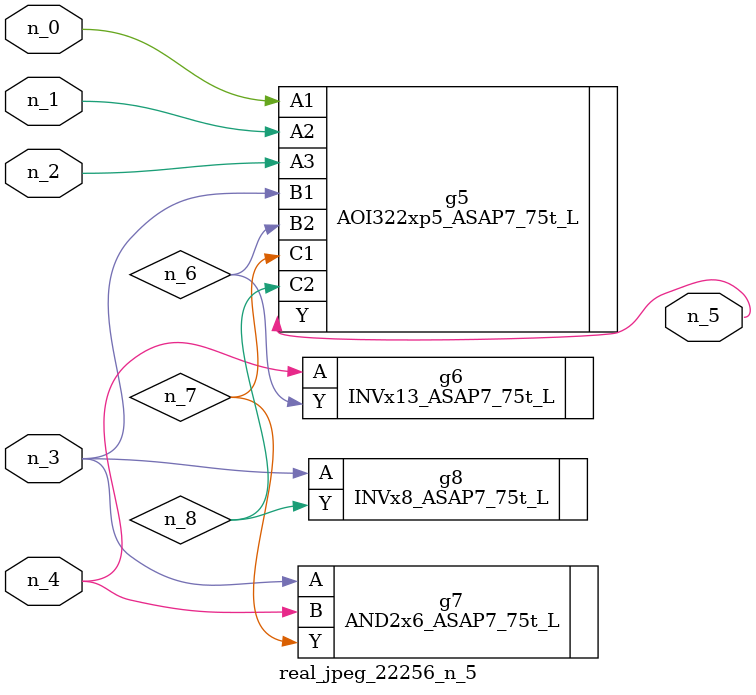
<source format=v>
module real_jpeg_22256_n_5 (n_4, n_0, n_1, n_2, n_3, n_5);

input n_4;
input n_0;
input n_1;
input n_2;
input n_3;

output n_5;

wire n_8;
wire n_6;
wire n_7;

AOI322xp5_ASAP7_75t_L g5 ( 
.A1(n_0),
.A2(n_1),
.A3(n_2),
.B1(n_3),
.B2(n_6),
.C1(n_7),
.C2(n_8),
.Y(n_5)
);

AND2x6_ASAP7_75t_L g7 ( 
.A(n_3),
.B(n_4),
.Y(n_7)
);

INVx8_ASAP7_75t_L g8 ( 
.A(n_3),
.Y(n_8)
);

INVx13_ASAP7_75t_L g6 ( 
.A(n_4),
.Y(n_6)
);


endmodule
</source>
